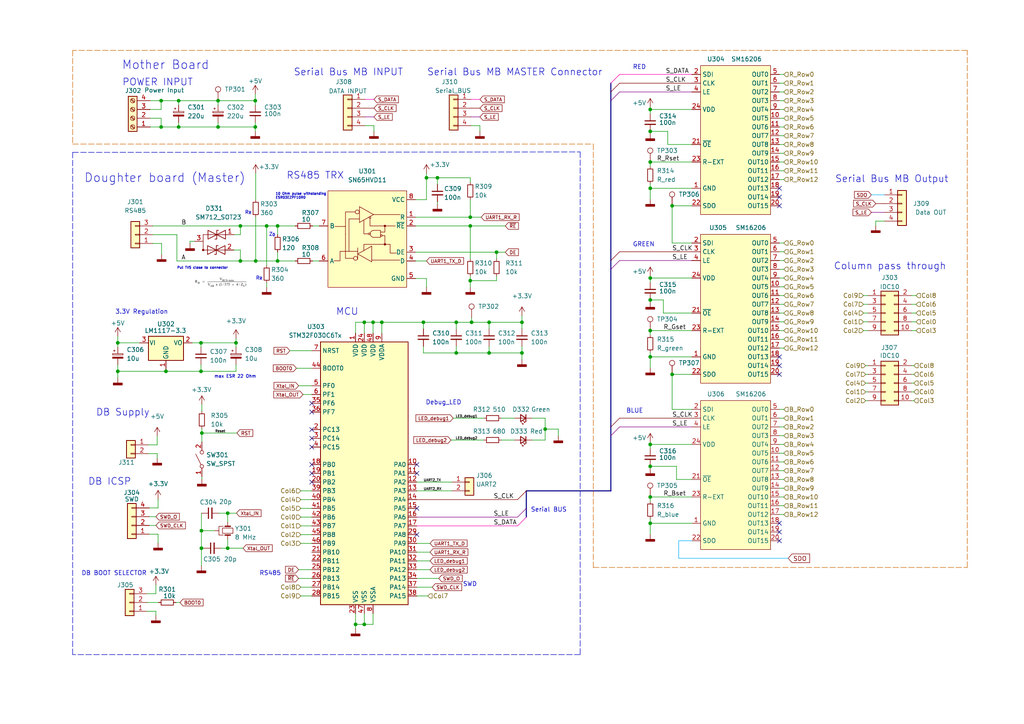
<source format=kicad_sch>
(kicad_sch (version 20211123) (generator eeschema)
  (paper "A4")
  (title_block (title "LED Panel Display, LOGIC and connectors") (date "2022-07-18") (rev "1.0") (company "InterElcom") (comment 1 "MCU, RS485, Connectors, Shift registers"))
  (junction (at 103.124 181.102))
  (junction (at 105.664 181.102))
  (junction (at 58.42 153.924))
  (junction (at 194.945 59.69))
  (junction (at 194.945 108.585))
  (junction (at 132.334 102.362))
  (junction (at 68.453 99.441))
  (junction (at 188.595 31.75))
  (junction (at 188.595 151.765))
  (junction (at 63.246 36.83))
  (junction (at 74.168 75.692))
  (junction (at 136.779 93.472))
  (junction (at 123.698 51.562))
  (junction (at 188.595 144.145))
  (junction (at 132.334 93.472))
  (junction (at 188.595 86.995))
  (junction (at 108.204 93.472))
  (junction (at 66.04 159.004))
  (junction (at 136.398 62.992))
  (junction (at 69.723 65.532))
  (junction (at 46.736 29.21))
  (junction (at 188.595 95.885))
  (junction (at 188.595 103.505))
  (junction (at 141.859 102.362))
  (junction (at 74.041 36.83))
  (junction (at 105.664 93.472))
  (junction (at 34.163 107.696))
  (junction (at 34.163 99.441))
  (junction (at 77.343 65.532))
  (junction (at 66.04 148.844))
  (junction (at 63.246 29.21))
  (junction (at 80.518 75.692))
  (junction (at 144.018 73.152))
  (junction (at 58.547 125.603))
  (junction (at 188.595 80.645))
  (junction (at 136.398 65.532))
  (junction (at 58.42 159.004))
  (junction (at 48.133 107.696))
  (junction (at 74.041 29.21))
  (junction (at 188.595 46.99))
  (junction (at 141.859 93.472))
  (junction (at 58.293 99.441))
  (junction (at 188.595 128.905))
  (junction (at 80.518 65.532))
  (junction (at 69.723 75.692))
  (junction (at 58.293 107.696))
  (junction (at 46.736 36.83))
  (junction (at 51.816 36.83))
  (junction (at 51.816 29.21))
  (junction (at 122.809 93.472))
  (junction (at 151.384 93.472))
  (junction (at 158.115 124.46))
  (junction (at 188.595 135.255))
  (junction (at 136.398 81.407))
  (junction (at 126.873 51.562))
  (junction (at 188.595 54.61))
  (junction (at 151.384 102.362))
  (junction (at 110.744 93.472))
  (junction (at 188.595 38.1))
  (no_connect (at 120.904 134.747))
  (no_connect (at 120.904 137.287))
  (no_connect (at 90.424 129.667))
  (no_connect (at 90.424 137.287))
  (no_connect (at 90.424 134.747))
  (no_connect (at 226.06 59.69))
  (no_connect (at 226.06 57.15))
  (no_connect (at 226.06 54.61))
  (no_connect (at 226.06 156.845))
  (no_connect (at 226.06 154.305))
  (no_connect (at 226.06 151.765))
  (no_connect (at 226.06 108.585))
  (no_connect (at 226.06 106.045))
  (no_connect (at 226.06 103.505))
  (no_connect (at 120.904 147.447))
  (no_connect (at 90.424 139.827))
  (no_connect (at 90.424 119.507))
  (no_connect (at 90.424 116.967))
  (no_connect (at 90.424 127.127))
  (no_connect (at 90.424 124.587))
  (no_connect (at 120.904 155.067))
  (bus_entry (at 179.705 26.67) (size -2.54 2.54) (stroke (width 0) (color 132 0 132 1)))
  (bus_entry (at 179.705 24.13) (size -2.54 2.54) (stroke (width 0) (color 132 0 0 1)))
  (bus_entry (at 179.705 21.59) (size -2.54 2.54) (stroke (width 0) (color 255 0 176 1)))
  (bus_entry (at 177.165 123.825) (size 2.54 -2.54) (stroke (width 0) (color 132 0 0 1)))
  (bus_entry (at 177.165 75.565) (size 2.54 -2.54) (stroke (width 0) (color 132 0 0 1)))
  (bus_entry (at 152.654 147.447) (size -2.54 2.54) (stroke (width 0) (color 132 0 132 1)))
  (bus_entry (at 152.654 142.367) (size -2.54 2.54) (stroke (width 0) (color 132 0 0 1)))
  (bus_entry (at 152.654 149.987) (size -2.54 2.54) (stroke (width 0) (color 255 0 176 1)))
  (bus_entry (at 177.165 78.105) (size 2.54 -2.54) (stroke (width 0) (color 132 0 132 1)))
  (bus_entry (at 177.165 126.365) (size 2.54 -2.54) (stroke (width 0) (color 132 0 132 1)))
  (wire (pts (xy 227.33 41.91) (xy 226.06 41.91)))
  (wire (pts (xy 200.66 103.505) (xy 188.595 103.505)))
  (wire (pts (xy 227.33 133.985) (xy 226.06 133.985)))
  (wire (pts (xy 87.249 172.847) (xy 90.424 172.847)))
  (wire (pts (xy 80.518 75.692) (xy 85.598 75.692)))
  (wire (pts (xy 188.595 33.02) (xy 188.595 31.75)))
  (polyline (pts (xy 21.082 14.605) (xy 21.082 41.783)) (stroke (width 0) (color 204 102 0 1)))
  (wire (pts (xy 43.561 31.75) (xy 46.736 31.75)))
  (wire (pts (xy 252.73 56.515) (xy 256.54 56.515)) (stroke (width 0) (color 0 174 255 1)))
  (bus (pts (xy 177.165 78.105) (xy 177.165 123.825)))
  (wire (pts (xy 46.863 73.787) (xy 46.863 70.612)))
  (wire (pts (xy 188.595 80.01) (xy 188.595 80.645)))
  (wire (pts (xy 123.698 80.772) (xy 123.698 83.312)))
  (wire (pts (xy 188.595 31.115) (xy 188.595 31.75)))
  (wire (pts (xy 103.124 181.102) (xy 105.664 181.102)))
  (wire (pts (xy 43.307 154.94) (xy 45.847 154.94)))
  (wire (pts (xy 126.873 51.562) (xy 136.398 51.562)))
  (wire (pts (xy 136.398 81.407) (xy 136.398 83.312)))
  (wire (pts (xy 227.33 26.67) (xy 226.06 26.67)))
  (wire (pts (xy 43.053 131.572) (xy 45.593 131.572)))
  (wire (pts (xy 136.398 80.137) (xy 136.398 81.407)))
  (wire (pts (xy 154.305 121.285) (xy 158.115 121.285)))
  (wire (pts (xy 68.453 98.171) (xy 68.453 99.441)))
  (wire (pts (xy 45.847 144.78) (xy 45.847 147.32)))
  (wire (pts (xy 87.249 144.907) (xy 90.424 144.907)))
  (wire (pts (xy 141.859 95.377) (xy 141.859 93.472)))
  (wire (pts (xy 103.124 93.472) (xy 105.664 93.472)))
  (wire (pts (xy 122.809 102.362) (xy 132.334 102.362)))
  (wire (pts (xy 34.163 107.696) (xy 34.163 109.601)))
  (wire (pts (xy 188.595 81.915) (xy 188.595 80.645)))
  (wire (pts (xy 48.133 107.696) (xy 58.293 107.696)))
  (wire (pts (xy 200.66 90.805) (xy 192.405 90.805)))
  (wire (pts (xy 227.33 85.725) (xy 226.06 85.725)))
  (bus (pts (xy 152.654 142.367) (xy 177.165 142.367)))
  (wire (pts (xy 188.595 103.505) (xy 188.595 106.68)))
  (wire (pts (xy 108.204 177.927) (xy 108.204 181.102)))
  (wire (pts (xy 193.675 38.1) (xy 188.595 38.1)))
  (bus (pts (xy 177.165 29.21) (xy 177.165 75.565)))
  (wire (pts (xy 227.33 131.445) (xy 226.06 131.445)))
  (wire (pts (xy 200.66 151.765) (xy 188.595 151.765)))
  (wire (pts (xy 74.041 29.21) (xy 74.041 30.48)))
  (wire (pts (xy 43.307 147.32) (xy 45.847 147.32)))
  (wire (pts (xy 194.945 108.585) (xy 194.945 118.745)))
  (wire (pts (xy 123.698 50.292) (xy 123.698 51.562)))
  (wire (pts (xy 251.079 113.665) (xy 251.714 113.665)))
  (wire (pts (xy 45.212 172.212) (xy 42.672 172.212)))
  (wire (pts (xy 131.445 121.285) (xy 140.335 121.285)))
  (wire (pts (xy 64.135 159.004) (xy 66.04 159.004)))
  (wire (pts (xy 251.079 116.205) (xy 251.714 116.205)))
  (wire (pts (xy 227.33 98.425) (xy 226.06 98.425)))
  (wire (pts (xy 69.723 75.692) (xy 74.168 75.692)))
  (wire (pts (xy 251.079 111.125) (xy 251.714 111.125)))
  (wire (pts (xy 48.133 107.696) (xy 34.163 107.696)))
  (wire (pts (xy 254 59.055) (xy 256.54 59.055)) (stroke (width 0) (color 132 0 0 1)))
  (wire (pts (xy 252.73 61.595) (xy 256.54 61.595)) (stroke (width 0) (color 132 0 132 1)))
  (wire (pts (xy 58.293 105.791) (xy 58.293 107.696)))
  (wire (pts (xy 87.884 114.427) (xy 90.424 114.427)))
  (wire (pts (xy 136.398 57.912) (xy 136.398 62.992)))
  (wire (pts (xy 136.398 81.407) (xy 144.018 81.407)))
  (wire (pts (xy 66.04 156.464) (xy 66.04 159.004)))
  (bus (pts (xy 177.165 123.825) (xy 177.165 126.365)))
  (wire (pts (xy 179.705 24.13) (xy 200.66 24.13)) (stroke (width 0) (color 132 0 0 1)))
  (wire (pts (xy 58.42 153.924) (xy 62.23 153.924)))
  (wire (pts (xy 74.041 27.305) (xy 74.041 29.21)))
  (wire (pts (xy 200.66 139.065) (xy 196.215 139.065)))
  (bus (pts (xy 177.165 126.492) (xy 177.165 142.367)))
  (wire (pts (xy 58.42 159.004) (xy 58.42 164.084)))
  (wire (pts (xy 45.847 154.94) (xy 45.847 157.48)))
  (wire (pts (xy 45.593 132.842) (xy 45.593 131.572)))
  (wire (pts (xy 227.33 88.265) (xy 226.06 88.265)))
  (wire (pts (xy 52.197 174.752) (xy 51.054 174.752)))
  (wire (pts (xy 108.204 93.472) (xy 110.744 93.472)))
  (wire (pts (xy 188.595 46.99) (xy 200.66 46.99)))
  (wire (pts (xy 87.249 170.307) (xy 90.424 170.307)))
  (wire (pts (xy 179.705 121.285) (xy 200.66 121.285)) (stroke (width 0) (color 132 0 0 1)))
  (wire (pts (xy 68.453 105.791) (xy 68.453 107.696)))
  (wire (pts (xy 43.561 29.21) (xy 46.736 29.21)))
  (wire (pts (xy 103.124 182.372) (xy 103.124 181.102)))
  (wire (pts (xy 58.547 138.938) (xy 58.547 138.303)))
  (wire (pts (xy 87.249 147.447) (xy 90.424 147.447)))
  (wire (pts (xy 188.595 87.63) (xy 188.595 86.995)))
  (wire (pts (xy 123.698 51.562) (xy 123.698 57.912)))
  (wire (pts (xy 151.384 91.567) (xy 151.384 93.472)))
  (wire (pts (xy 179.705 26.67) (xy 200.66 26.67)) (stroke (width 0) (color 132 0 132 1)))
  (wire (pts (xy 194.945 118.745) (xy 200.66 118.745)))
  (wire (pts (xy 227.33 126.365) (xy 226.06 126.365)))
  (polyline (pts (xy 21.082 189.865) (xy 21.082 44.069)))
  (wire (pts (xy 227.33 36.83) (xy 226.06 36.83)))
  (wire (pts (xy 63.246 29.21) (xy 74.041 29.21)))
  (wire (pts (xy 188.595 97.155) (xy 188.595 95.885)))
  (wire (pts (xy 188.595 135.89) (xy 188.595 135.255)))
  (wire (pts (xy 139.192 38.1) (xy 139.192 36.449)))
  (wire (pts (xy 200.66 108.585) (xy 194.945 108.585)))
  (wire (pts (xy 74.168 75.692) (xy 80.518 75.692)))
  (wire (pts (xy 227.33 118.745) (xy 226.06 118.745)))
  (wire (pts (xy 151.384 102.362) (xy 151.384 104.267)))
  (wire (pts (xy 179.705 123.825) (xy 200.66 123.825)) (stroke (width 0) (color 132 0 132 1)))
  (wire (pts (xy 188.595 80.645) (xy 200.66 80.645)))
  (wire (pts (xy 46.736 36.83) (xy 51.816 36.83)))
  (wire (pts (xy 188.595 144.145) (xy 200.66 144.145)))
  (wire (pts (xy 63.246 36.83) (xy 74.041 36.83)))
  (wire (pts (xy 227.33 128.905) (xy 226.06 128.905)))
  (wire (pts (xy 105.918 33.909) (xy 108.458 33.909)) (stroke (width 0) (color 132 0 132 1)))
  (wire (pts (xy 188.595 95.885) (xy 200.66 95.885)))
  (wire (pts (xy 227.33 139.065) (xy 226.06 139.065)))
  (wire (pts (xy 196.215 135.255) (xy 188.595 135.255)))
  (wire (pts (xy 227.33 83.185) (xy 226.06 83.185)))
  (wire (pts (xy 227.33 21.59) (xy 226.06 21.59)))
  (wire (pts (xy 126.873 59.182) (xy 126.873 58.547)))
  (wire (pts (xy 55.118 69.977) (xy 55.118 70.612)))
  (wire (pts (xy 45.974 174.752) (xy 42.672 174.752)))
  (wire (pts (xy 227.33 146.685) (xy 226.06 146.685)))
  (wire (pts (xy 149.225 127.635) (xy 145.415 127.635)))
  (wire (pts (xy 69.723 68.072) (xy 69.723 65.532)))
  (wire (pts (xy 77.343 83.312) (xy 77.343 82.042)))
  (wire (pts (xy 188.595 38.735) (xy 188.595 38.1)))
  (wire (pts (xy 194.945 70.485) (xy 200.66 70.485)))
  (wire (pts (xy 58.293 99.441) (xy 58.293 100.711)))
  (wire (pts (xy 108.458 36.449) (xy 105.918 36.449)))
  (wire (pts (xy 151.384 93.472) (xy 151.384 95.377)))
  (wire (pts (xy 265.049 113.665) (xy 264.414 113.665)))
  (wire (pts (xy 200.66 156.845) (xy 196.85 156.845)) (stroke (width 0) (color 0 174 255 1)))
  (wire (pts (xy 188.595 48.26) (xy 188.595 46.99)))
  (wire (pts (xy 67.818 72.517) (xy 69.723 72.517)))
  (wire (pts (xy 58.42 159.004) (xy 59.055 159.004)))
  (wire (pts (xy 265.684 88.265) (xy 264.414 88.265)))
  (wire (pts (xy 179.705 21.59) (xy 200.66 21.59)) (stroke (width 0) (color 255 0 176 1)))
  (wire (pts (xy 227.33 70.485) (xy 226.06 70.485)))
  (wire (pts (xy 120.904 149.987) (xy 150.114 149.987)) (stroke (width 0) (color 132 0 132 1)))
  (wire (pts (xy 227.33 144.145) (xy 226.06 144.145)))
  (wire (pts (xy 105.664 96.647) (xy 105.664 93.472)))
  (wire (pts (xy 136.652 28.829) (xy 139.192 28.829)) (stroke (width 0) (color 255 0 176 1)))
  (wire (pts (xy 136.652 33.909) (xy 139.192 33.909)) (stroke (width 0) (color 132 0 132 1)))
  (wire (pts (xy 227.33 44.45) (xy 226.06 44.45)))
  (wire (pts (xy 58.547 117.348) (xy 58.547 119.253)))
  (wire (pts (xy 34.163 107.696) (xy 34.163 105.791)))
  (wire (pts (xy 43.053 129.032) (xy 45.593 129.032)))
  (wire (pts (xy 34.163 100.711) (xy 34.163 99.441)))
  (wire (pts (xy 227.33 136.525) (xy 226.06 136.525)))
  (wire (pts (xy 55.753 99.441) (xy 58.293 99.441)))
  (wire (pts (xy 46.736 31.75) (xy 46.736 29.21)))
  (wire (pts (xy 188.595 130.175) (xy 188.595 128.905)))
  (wire (pts (xy 136.779 93.472) (xy 141.859 93.472)))
  (wire (pts (xy 45.212 178.562) (xy 45.212 177.292)))
  (wire (pts (xy 51.816 29.21) (xy 63.246 29.21)))
  (wire (pts (xy 105.664 177.927) (xy 105.664 181.102)))
  (bus (pts (xy 177.165 75.565) (xy 177.165 78.105)))
  (wire (pts (xy 132.334 102.362) (xy 141.859 102.362)))
  (wire (pts (xy 136.398 65.532) (xy 146.558 65.532)))
  (bus (pts (xy 177.165 24.13) (xy 177.165 26.67)))
  (wire (pts (xy 265.684 95.885) (xy 264.414 95.885)))
  (wire (pts (xy 145.415 121.285) (xy 149.225 121.285)))
  (wire (pts (xy 158.115 124.46) (xy 161.925 124.46)))
  (wire (pts (xy 77.343 65.532) (xy 77.343 76.962)))
  (wire (pts (xy 80.518 75.692) (xy 80.518 73.152)))
  (wire (pts (xy 179.705 73.025) (xy 200.66 73.025)) (stroke (width 0) (color 132 0 0 1)))
  (wire (pts (xy 132.334 100.457) (xy 132.334 102.362)))
  (wire (pts (xy 108.204 181.102) (xy 105.664 181.102)))
  (wire (pts (xy 227.33 90.805) (xy 226.06 90.805)))
  (wire (pts (xy 139.192 36.449) (xy 136.652 36.449)))
  (wire (pts (xy 80.518 65.532) (xy 80.518 68.072)))
  (wire (pts (xy 90.678 75.692) (xy 92.583 75.692)))
  (wire (pts (xy 44.323 65.532) (xy 69.723 65.532)))
  (wire (pts (xy 146.558 73.152) (xy 144.018 73.152)))
  (wire (pts (xy 179.705 75.565) (xy 200.66 75.565)) (stroke (width 0) (color 132 0 132 1)))
  (wire (pts (xy 86.614 165.227) (xy 90.424 165.227)))
  (wire (pts (xy 66.04 148.844) (xy 66.04 151.384)))
  (wire (pts (xy 250.444 85.725) (xy 251.714 85.725)))
  (wire (pts (xy 158.115 121.285) (xy 158.115 124.46)))
  (wire (pts (xy 43.307 149.86) (xy 45.212 149.86)))
  (wire (pts (xy 69.723 72.517) (xy 69.723 75.692)))
  (wire (pts (xy 265.684 85.725) (xy 264.414 85.725)))
  (bus (pts (xy 177.165 26.67) (xy 177.165 29.21)))
  (wire (pts (xy 136.398 62.992) (xy 120.523 62.992)))
  (wire (pts (xy 45.212 169.672) (xy 45.212 172.212)))
  (wire (pts (xy 58.293 107.696) (xy 68.453 107.696)))
  (wire (pts (xy 103.124 181.102) (xy 103.124 177.927)))
  (wire (pts (xy 227.33 149.225) (xy 226.06 149.225)))
  (wire (pts (xy 34.163 97.536) (xy 34.163 99.441)))
  (wire (pts (xy 227.33 52.07) (xy 226.06 52.07)))
  (wire (pts (xy 188.595 54.61) (xy 188.595 57.785)))
  (wire (pts (xy 45.593 126.492) (xy 45.593 129.032)))
  (wire (pts (xy 58.42 153.924) (xy 58.42 159.004)))
  (wire (pts (xy 144.018 80.137) (xy 144.018 81.407)))
  (wire (pts (xy 74.168 50.292) (xy 74.168 57.912)))
  (wire (pts (xy 130.81 127.635) (xy 140.335 127.635)))
  (wire (pts (xy 103.124 96.647) (xy 103.124 93.472)))
  (wire (pts (xy 192.405 86.995) (xy 188.595 86.995)))
  (wire (pts (xy 58.42 148.844) (xy 58.42 153.924)))
  (wire (pts (xy 158.115 127.635) (xy 154.305 127.635)))
  (wire (pts (xy 196.85 156.845) (xy 196.85 161.925)) (stroke (width 0) (color 0 174 255 1)))
  (wire (pts (xy 46.863 70.612) (xy 44.323 70.612)))
  (wire (pts (xy 105.918 31.369) (xy 108.458 31.369)) (stroke (width 0) (color 132 0 0 1)))
  (wire (pts (xy 227.33 39.37) (xy 226.06 39.37)))
  (wire (pts (xy 120.904 144.907) (xy 150.114 144.907)) (stroke (width 0) (color 132 0 0 1)))
  (wire (pts (xy 227.33 123.825) (xy 226.06 123.825)))
  (bus (pts (xy 152.654 147.447) (xy 152.654 149.987)))
  (wire (pts (xy 126.873 51.562) (xy 126.873 53.467)))
  (wire (pts (xy 136.779 93.472) (xy 132.334 93.472)))
  (wire (pts (xy 265.049 106.045) (xy 264.414 106.045)))
  (wire (pts (xy 108.458 38.1) (xy 108.458 36.449)))
  (wire (pts (xy 250.444 95.885) (xy 251.714 95.885)))
  (wire (pts (xy 43.307 152.4) (xy 45.212 152.4)))
  (wire (pts (xy 227.33 73.025) (xy 226.06 73.025)))
  (wire (pts (xy 34.163 99.441) (xy 40.513 99.441)))
  (wire (pts (xy 51.308 75.692) (xy 69.723 75.692)))
  (wire (pts (xy 51.308 68.072) (xy 51.308 75.692)))
  (wire (pts (xy 124.714 162.687) (xy 120.904 162.687)))
  (wire (pts (xy 158.115 124.46) (xy 158.115 127.635)))
  (wire (pts (xy 120.523 65.532) (xy 136.398 65.532)))
  (wire (pts (xy 265.684 93.345) (xy 264.414 93.345)))
  (wire (pts (xy 110.744 93.472) (xy 122.809 93.472)))
  (wire (pts (xy 87.249 157.607) (xy 90.424 157.607)))
  (wire (pts (xy 251.079 106.045) (xy 251.714 106.045)))
  (wire (pts (xy 200.66 59.69) (xy 194.945 59.69)))
  (polyline (pts (xy 172.085 41.783) (xy 172.085 164.592)) (stroke (width 0) (color 204 102 0 1)))
  (wire (pts (xy 105.918 28.829) (xy 108.458 28.829)) (stroke (width 0) (color 255 0 176 1)))
  (wire (pts (xy 68.453 100.711) (xy 68.453 99.441)))
  (wire (pts (xy 141.859 100.457) (xy 141.859 102.362)))
  (wire (pts (xy 63.246 35.56) (xy 63.246 36.83)))
  (wire (pts (xy 86.614 167.767) (xy 90.424 167.767)))
  (wire (pts (xy 120.904 170.307) (xy 125.349 170.307)))
  (wire (pts (xy 127.254 167.767) (xy 120.904 167.767)))
  (wire (pts (xy 250.444 90.805) (xy 251.714 90.805)))
  (wire (pts (xy 84.074 101.727) (xy 90.424 101.727)))
  (wire (pts (xy 188.595 128.27) (xy 188.595 128.905)))
  (wire (pts (xy 192.405 90.805) (xy 192.405 86.995)))
  (wire (pts (xy 120.904 142.367) (xy 131.064 142.367)))
  (wire (pts (xy 144.018 73.152) (xy 144.018 75.057)))
  (wire (pts (xy 44.323 68.072) (xy 51.308 68.072)))
  (bus (pts (xy 152.654 142.367) (xy 152.654 147.447)))
  (wire (pts (xy 227.33 78.105) (xy 226.06 78.105)))
  (wire (pts (xy 66.04 159.004) (xy 70.485 159.004)))
  (wire (pts (xy 67.945 68.072) (xy 69.723 68.072)))
  (wire (pts (xy 136.398 51.562) (xy 136.398 52.832)))
  (wire (pts (xy 110.744 93.472) (xy 110.744 96.647)))
  (wire (pts (xy 74.168 62.992) (xy 74.168 75.692)))
  (wire (pts (xy 227.33 100.965) (xy 226.06 100.965)))
  (wire (pts (xy 227.33 121.285) (xy 226.06 121.285)))
  (wire (pts (xy 56.388 69.977) (xy 55.118 69.977)))
  (wire (pts (xy 136.398 62.992) (xy 139.573 62.992)))
  (wire (pts (xy 265.049 116.205) (xy 264.414 116.205)))
  (wire (pts (xy 66.04 148.844) (xy 68.58 148.844)))
  (wire (pts (xy 58.293 99.441) (xy 68.453 99.441)))
  (polyline (pts (xy 21.082 41.783) (xy 172.085 41.783)) (stroke (width 0) (color 204 102 0 1)))
  (wire (pts (xy 251.079 108.585) (xy 251.714 108.585)))
  (wire (pts (xy 227.33 24.13) (xy 226.06 24.13)))
  (wire (pts (xy 188.595 53.34) (xy 188.595 54.61)))
  (wire (pts (xy 124.714 160.147) (xy 120.904 160.147)))
  (wire (pts (xy 136.779 92.202) (xy 136.779 93.472)))
  (wire (pts (xy 136.398 65.532) (xy 136.398 75.057)))
  (wire (pts (xy 124.714 157.607) (xy 120.904 157.607)))
  (wire (pts (xy 124.714 165.227) (xy 120.904 165.227)))
  (wire (pts (xy 227.33 141.605) (xy 226.06 141.605)))
  (wire (pts (xy 124.079 172.847) (xy 120.904 172.847)))
  (wire (pts (xy 194.945 59.69) (xy 194.945 70.485)))
  (wire (pts (xy 123.698 75.692) (xy 120.523 75.692)))
  (wire (pts (xy 87.249 155.067) (xy 90.424 155.067)))
  (wire (pts (xy 77.343 65.532) (xy 80.518 65.532)))
  (wire (pts (xy 58.547 125.603) (xy 58.547 128.143)))
  (wire (pts (xy 196.215 139.065) (xy 196.215 135.255)))
  (wire (pts (xy 254 64.135) (xy 256.54 64.135)))
  (wire (pts (xy 200.66 54.61) (xy 188.595 54.61)))
  (wire (pts (xy 46.736 34.29) (xy 46.736 36.83)))
  (wire (pts (xy 120.523 80.772) (xy 123.698 80.772)))
  (wire (pts (xy 188.595 151.765) (xy 188.595 154.94)))
  (wire (pts (xy 123.698 51.562) (xy 126.873 51.562)))
  (wire (pts (xy 227.33 34.29) (xy 226.06 34.29)))
  (wire (pts (xy 86.614 111.887) (xy 90.424 111.887)))
  (wire (pts (xy 132.334 93.472) (xy 132.334 95.377)))
  (wire (pts (xy 188.595 31.75) (xy 200.66 31.75)))
  (wire (pts (xy 265.049 108.585) (xy 264.414 108.585)))
  (polyline (pts (xy 280.543 14.605) (xy 21.082 14.605)) (stroke (width 0) (color 204 102 0 1)))
  (wire (pts (xy 141.859 102.362) (xy 151.384 102.362)))
  (wire (pts (xy 227.33 46.99) (xy 226.06 46.99)))
  (wire (pts (xy 227.33 93.345) (xy 226.06 93.345)))
  (wire (pts (xy 42.672 177.292) (xy 45.212 177.292)))
  (wire (pts (xy 74.041 36.83) (xy 74.041 38.1)))
  (wire (pts (xy 265.684 90.805) (xy 264.414 90.805)))
  (wire (pts (xy 69.723 65.532) (xy 77.343 65.532)))
  (wire (pts (xy 250.444 88.265) (xy 251.714 88.265)))
  (wire (pts (xy 151.384 102.362) (xy 151.384 100.457)))
  (wire (pts (xy 227.33 31.75) (xy 226.06 31.75)))
  (wire (pts (xy 136.652 31.369) (xy 139.192 31.369)) (stroke (width 0) (color 132 0 0 1)))
  (polyline (pts (xy 172.085 164.592) (xy 280.543 164.592)) (stroke (width 0) (color 204 102 0 1)))
  (polyline (pts (xy 21.082 44.196) (xy 168.275 44.069)))
  (wire (pts (xy 227.33 49.53) (xy 226.06 49.53)))
  (wire (pts (xy 43.561 34.29) (xy 46.736 34.29)))
  (wire (pts (xy 122.809 100.457) (xy 122.809 102.362)))
  (wire (pts (xy 188.595 150.495) (xy 188.595 151.765)))
  (wire (pts (xy 120.904 152.527) (xy 150.114 152.527)) (stroke (width 0) (color 255 0 176 1)))
  (wire (pts (xy 123.698 57.912) (xy 120.523 57.912)))
  (wire (pts (xy 51.816 35.56) (xy 51.816 36.83)))
  (wire (pts (xy 227.33 80.645) (xy 226.06 80.645)))
  (wire (pts (xy 108.204 93.472) (xy 108.204 96.647)))
  (wire (pts (xy 254 65.405) (xy 254 64.135)))
  (wire (pts (xy 63.246 36.83) (xy 51.816 36.83)))
  (polyline (pts (xy 168.275 189.865) (xy 21.082 189.865)))
  (wire (pts (xy 188.595 128.905) (xy 200.66 128.905)))
  (wire (pts (xy 87.249 149.987) (xy 90.424 149.987)))
  (wire (pts (xy 63.246 30.48) (xy 63.246 29.21)))
  (polyline (pts (xy 168.275 44.069) (xy 168.275 189.865)))
  (wire (pts (xy 48.133 107.061) (xy 48.133 107.696)))
  (wire (pts (xy 90.678 65.532) (xy 92.583 65.532)))
  (wire (pts (xy 46.736 29.21) (xy 51.816 29.21)))
  (wire (pts (xy 63.5 148.844) (xy 66.04 148.844)))
  (wire (pts (xy 141.859 93.472) (xy 151.384 93.472)))
  (wire (pts (xy 265.049 111.125) (xy 264.414 111.125)))
  (wire (pts (xy 227.33 95.885) (xy 226.06 95.885)))
  (wire (pts (xy 196.85 161.925) (xy 228.6 161.925)) (stroke (width 0) (color 0 174 255 1)))
  (polyline (pts (xy 280.543 164.592) (xy 280.543 14.605)) (stroke (width 0) (color 204 102 0 1)))
  (wire (pts (xy 87.249 152.527) (xy 90.424 152.527)))
  (wire (pts (xy 250.444 93.345) (xy 251.714 93.345)))
  (wire (pts (xy 188.595 102.235) (xy 188.595 103.505)))
  (wire (pts (xy 122.809 93.472) (xy 122.809 95.377)))
  (wire (pts (xy 193.675 41.91) (xy 193.675 38.1)))
  (wire (pts (xy 80.518 65.532) (xy 85.598 65.532)))
  (wire (pts (xy 46.736 36.83) (xy 43.561 36.83)))
  (wire (pts (xy 200.66 41.91) (xy 193.675 41.91)))
  (wire (pts (xy 51.816 29.21) (xy 51.816 30.48)))
  (wire (pts (xy 105.664 93.472) (xy 108.204 93.472)))
  (wire (pts (xy 132.334 93.472) (xy 122.809 93.472)))
  (wire (pts (xy 87.249 142.367) (xy 90.424 142.367)))
  (wire (pts (xy 120.523 73.152) (xy 144.018 73.152)))
  (wire (pts (xy 227.33 75.565) (xy 226.06 75.565)))
  (wire (pts (xy 58.547 125.603) (xy 68.707 125.603)))
  (wire (pts (xy 161.925 124.46) (xy 161.925 126.365)))
  (wire (pts (xy 74.041 36.83) (xy 74.041 35.56)))
  (wire (pts (xy 85.979 106.807) (xy 90.424 106.807)))
  (wire (pts (xy 120.904 139.827) (xy 131.064 139.827)))
  (wire (pts (xy 58.547 124.333) (xy 58.547 125.603)))
  (wire (pts (xy 227.33 29.21) (xy 226.06 29.21)))
  (wire (pts (xy 188.595 145.415) (xy 188.595 144.145)))
  (image (at 64.008 81.915) (scale 0.789362))
  (text "Doughter board (Master)" (at 24.384 53.213 0) (effects (font (size 2.5 2.5)) (justify left bottom)))
  (text "10 Ohm pulse withstanding\nESR03EZPF10R0" (at 79.883 57.912 0) (effects (font (size 0.7 0.7)) (justify left bottom)))
  (text "Serial BUS" (at 153.924 148.717 0) (effects (font (size 1.27 1.27)) (justify left bottom)))
  (text "RED" (at 183.515 20.32 0) (effects (font (size 1.27 1.27)) (justify left bottom)))
  (text "GREEN\n" (at 183.515 71.755 0) (effects (font (size 1.27 1.27)) (justify left bottom)))
  (text "R_{R}" (at 74.168 81.407 0) (effects (font (size 1 1)) (justify left bottom)))
  (text "Column pass through" (at 241.808 78.486 0) (effects (font (size 2 2)) (justify left bottom)))
  (text "POWER INPUT\n" (at 35.433 25.146 0) (effects (font (size 2 2)) (justify left bottom)))
  (text "BLUE\n" (at 181.61 120.015 0) (effects (font (size 1.27 1.27)) (justify left bottom)))
  (text "Serial Bus MB INPUT\n" (at 116.967 22.225 180) (effects (font (size 2 2)) (justify right bottom)))
  (text "DB Supply" (at 27.813 120.904 0) (effects (font (size 2 2)) (justify left bottom)))
  (text "DB BOOT SELECTOR\n" (at 23.622 167.132 0) (effects (font (size 1.27 1.27)) (justify left bottom)))
  (text "RS485" (at 81.534 167.132 180) (effects (font (size 1.27 1.27)) (justify right bottom)))
  (text "Debug_LED" (at 133.858 117.602 180) (effects (font (size 1.27 1.27)) (justify right bottom)))
  (text "Z_{0}" (at 77.978 68.707 0) (effects (font (size 1 1)) (justify left bottom)))
  (text "3.3V Regulation" (at 33.401 91.313 0) (effects (font (size 1.27 1.27)) (justify left bottom)))
  (text "Serial Bus MB Output\n" (at 242.189 53.213 0) (effects (font (size 2 2)) (justify left bottom)))
  (text "R_{R}" (at 70.993 62.357 0) (effects (font (size 1 1)) (justify left bottom)))
  (text "Mother Board\n" (at 35.306 20.447 0) (effects (font (size 2.5 2.5)) (justify left bottom)))
  (text "max ESR 22 Ohm\n" (at 62.103 109.855 0) (effects (font (size 0.9 0.9)) (justify left bottom)))
  (text "RS485 TRX" (at 83.058 52.197 0) (effects (font (size 2 2)) (justify left bottom)))
  (text "SWD" (at 134.239 170.307 0) (effects (font (size 1.27 1.27)) (justify left bottom)))
  (text "Serial Bus MB MASTER Connector" (at 123.825 22.225 0) (effects (font (size 2 2)) (justify left bottom)))
  (text "MCU\n" (at 97.409 91.694 0) (effects (font (size 2 2)) (justify left bottom)))
  (text "DB ICSP" (at 25.527 140.97 0) (effects (font (size 2 2)) (justify left bottom)))
  (text "Put TVS close to connector" (at 51.308 78.232 0) (effects (font (size 0.7 0.7)) (justify left bottom)))
  (label "S_DATA" (at 193.04 21.59 0))
  (label "LED_debug2" (at 132.08 127.635 0) (effects (font (size 0.7 0.7))))
  (label "R_Rset" (at 190.5 46.99 0))
  (label "S_LE" (at 194.945 123.825 0))
  (label "UART2_RX" (at 122.809 142.367 0) (effects (font (size 0.7 0.7))))
  (label "S_CLK" (at 194.945 73.025 0))
  (label "LED_debug1" (at 132.08 121.285 0) (effects (font (size 0.7 0.7))))
  (label "R_Bset" (at 192.405 144.145 0))
  (label "B" (at 52.578 65.532 0))
  (label "S_DATA" (at 143.129 152.527 0))
  (label "S_CLK" (at 193.04 24.13 0))
  (label "UART2_TX" (at 122.809 139.827 0) (effects (font (size 0.7 0.7))))
  (label "S_LE" (at 193.04 26.67 0))
  (label "Reset" (at 62.357 125.603 0) (effects (font (size 0.7 0.7))))
  (label "S_LE" (at 194.945 75.565 0))
  (label "S_LE" (at 143.129 149.987 0))
  (label "S_CLK" (at 143.129 144.907 0))
  (label "A" (at 52.578 75.692 0))
  (label "R_Gset" (at 192.405 95.885 0))
  (label "S_CLK" (at 194.945 121.285 0))
  (global_label "S_CLK" (shape input) (at 139.192 31.369 0) (effects (font (size 1 1))) (property "Intersheet References" "${INTERSHEET_REFS}" (effects hide)))
  (global_label "LED_debug1" (shape input) (at 124.714 162.687 0) (effects (font (size 1 1))) (property "Intersheet References" "${INTERSHEET_REFS}" (effects hide)))
  (global_label "UART1_TX_D" (shape input) (at 123.698 75.692 0) (effects (font (size 1 1))) (property "Intersheet References" "${INTERSHEET_REFS}" (effects hide)))
  (global_label "LED_debug1" (shape input) (at 131.445 121.285 180) (effects (font (size 1 1))) (property "Intersheet References" "${INTERSHEET_REFS}" (effects hide)))
  (global_label "UART1_TX_D" (shape input) (at 124.714 157.607 0) (effects (font (size 1 1))) (property "Intersheet References" "${INTERSHEET_REFS}" (effects hide)))
  (global_label "~{RE}" (shape input) (at 86.614 167.767 180) (effects (font (size 1 1))) (property "Intersheet References" "${INTERSHEET_REFS}" (effects hide)))
  (global_label "BOOT0" (shape input) (at 85.979 106.807 180) (effects (font (size 1 1))) (property "Intersheet References" "${INTERSHEET_REFS}" (effects hide)))
  (global_label "RST" (shape input) (at 68.707 125.603 0) (effects (font (size 1 1))) (property "Intersheet References" "${INTERSHEET_REFS}" (effects hide)))
  (global_label "S_CLK" (shape input) (at 254 59.055 180) (effects (font (size 1 1))) (property "Intersheet References" "${INTERSHEET_REFS}" (effects hide)))
  (global_label "SWD_O" (shape input) (at 45.212 149.86 0) (effects (font (size 1 1))) (property "Intersheet References" "${INTERSHEET_REFS}" (effects hide)))
  (global_label "UART1_RX_R" (shape input) (at 124.714 160.147 0) (effects (font (size 1 1))) (property "Intersheet References" "${INTERSHEET_REFS}" (effects hide)))
  (global_label "S_LE" (shape input) (at 108.458 33.909 0) (effects (font (size 1 1))) (property "Intersheet References" "${INTERSHEET_REFS}" (effects hide)))
  (global_label "SDO" (shape input) (at 228.6 161.925 0) (property "Intersheet References" "${INTERSHEET_REFS}" (effects hide)))
  (global_label "UART1_RX_R" (shape input) (at 139.573 62.992 0) (effects (font (size 1 1))) (property "Intersheet References" "${INTERSHEET_REFS}" (effects hide)))
  (global_label "RST" (shape input) (at 84.074 101.727 180) (effects (font (size 1 1))) (property "Intersheet References" "${INTERSHEET_REFS}" (effects hide)))
  (global_label "LED_debug2" (shape input) (at 124.714 165.227 0) (effects (font (size 1 1))) (property "Intersheet References" "${INTERSHEET_REFS}" (effects hide)))
  (global_label "~{RE}" (shape input) (at 146.558 65.532 0) (effects (font (size 1 1))) (property "Intersheet References" "${INTERSHEET_REFS}" (effects hide)))
  (global_label "S_LE" (shape input) (at 139.192 33.909 0) (effects (font (size 1 1))) (property "Intersheet References" "${INTERSHEET_REFS}" (effects hide)))
  (global_label "SDO" (shape input) (at 252.73 56.515 180) (effects (font (size 1 1))) (property "Intersheet References" "${INTERSHEET_REFS}" (effects hide)))
  (global_label "DE" (shape input) (at 86.614 165.227 180) (effects (font (size 1 1))) (property "Intersheet References" "${INTERSHEET_REFS}" (effects hide)))
  (global_label "S_DATA" (shape input) (at 139.192 28.829 0) (effects (font (size 1 1))) (property "Intersheet References" "${INTERSHEET_REFS}" (effects hide)))
  (global_label "BOOT0" (shape input) (at 52.197 174.752 0) (effects (font (size 1 1))) (property "Intersheet References" "${INTERSHEET_REFS}" (effects hide)))
  (global_label "SWD_CLK" (shape input) (at 125.349 170.307 0) (effects (font (size 1 1))) (property "Intersheet References" "${INTERSHEET_REFS}" (effects hide)))
  (global_label "SWD_CLK" (shape input) (at 45.212 152.4 0) (effects (font (size 1 1))) (property "Intersheet References" "${INTERSHEET_REFS}" (effects hide)))
  (global_label "S_CLK" (shape input) (at 108.458 31.369 0) (effects (font (size 1 1))) (property "Intersheet References" "${INTERSHEET_REFS}" (effects hide)))
  (global_label "SWD_O" (shape input) (at 127.254 167.767 0) (effects (font (size 1 1))) (property "Intersheet References" "${INTERSHEET_REFS}" (effects hide)))
  (global_label "S_LE" (shape input) (at 252.73 61.595 180) (effects (font (size 1 1))) (property "Intersheet References" "${INTERSHEET_REFS}" (effects hide)))
  (global_label "Xtal_IN" (shape input) (at 68.58 148.844 0) (effects (font (size 1 1))) (property "Intersheet References" "${INTERSHEET_REFS}" (effects hide)))
  (global_label "Xtal_IN" (shape input) (at 86.614 111.887 180) (effects (font (size 1 1))) (property "Intersheet References" "${INTERSHEET_REFS}" (effects hide)))
  (global_label "S_DATA" (shape input) (at 108.458 28.829 0) (effects (font (size 1 1))) (property "Intersheet References" "${INTERSHEET_REFS}" (effects hide)))
  (global_label "Xtal_OUT" (shape input) (at 87.884 114.427 180) (effects (font (size 1 1))) (property "Intersheet References" "${INTERSHEET_REFS}" (effects hide)))
  (global_label "LED_debug2" (shape input) (at 130.81 127.635 180) (effects (font (size 1 1))) (property "Intersheet References" "${INTERSHEET_REFS}" (effects hide)))
  (global_label "Xtal_OUT" (shape input) (at 70.485 159.004 0) (effects (font (size 1 1))) (property "Intersheet References" "${INTERSHEET_REFS}" (effects hide)))
  (global_label "DE" (shape input) (at 146.558 73.152 0) (effects (font (size 1 1))) (property "Intersheet References" "${INTERSHEET_REFS}" (effects hide)))
  (hierarchical_label "G_Row4" (shape input) (at 227.33 80.645 0))
  (hierarchical_label "B_Row4" (shape input) (at 227.33 128.905 0))
  (hierarchical_label "Col1" (shape input) (at 250.444 93.345 180))
  (hierarchical_label "G_Row5" (shape input) (at 227.33 83.185 0))
  (hierarchical_label "G_Row12" (shape input) (at 227.33 100.965 0))
  (hierarchical_label "B_Row11" (shape input) (at 227.33 146.685 0))
  (hierarchical_label "Col6" (shape input) (at 87.249 142.367 180))
  (hierarchical_label "Col2" (shape input) (at 251.079 116.205 180))
  (hierarchical_label "R_Row10" (shape input) (at 227.33 46.99 0))
  (hierarchical_label "Col5" (shape input) (at 87.249 147.447 180))
  (hierarchical_label "R_Row6" (shape input) (at 227.33 36.83 0))
  (hierarchical_label "G_Row10" (shape input) (at 227.33 95.885 0))
  (hierarchical_label "Col5" (shape input) (at 265.684 90.805 0))
  (hierarchical_label "Col8" (shape input) (at 265.684 85.725 0))
  (hierarchical_label "Col8" (shape input) (at 87.249 170.307 180))
  (hierarchical_label "Col1" (shape input) (at 251.079 113.665 180))
  (hierarchical_label "G_Row1" (shape input) (at 227.33 73.025 0))
  (hierarchical_label "G_Row0" (shape input) (at 227.33 70.485 0))
  (hierarchical_label "Col0" (shape input) (at 265.049 113.665 0))
  (hierarchical_label "B_Row5" (shape input) (at 227.33 131.445 0))
  (hierarchical_label "B_Row0" (shape input) (at 227.33 118.745 0))
  (hierarchical_label "B_Row3" (shape input) (at 227.33 126.365 0))
  (hierarchical_label "R_Row4" (shape input) (at 227.33 31.75 0))
  (hierarchical_label "B_Row8" (shape input) (at 227.33 139.065 0))
  (hierarchical_label "Col4" (shape input) (at 251.079 111.125 180))
  (hierarchical_label "G_Row11" (shape input) (at 227.33 98.425 0))
  (hierarchical_label "G_Row6" (shape input) (at 227.33 85.725 0))
  (hierarchical_label "R_Row11" (shape input) (at 227.33 49.53 0))
  (hierarchical_label "G_Row3" (shape input) (at 227.33 78.105 0))
  (hierarchical_label "Col7" (shape input) (at 250.444 88.265 180))
  (hierarchical_label "R_Row3" (shape input) (at 227.33 29.21 0))
  (hierarchical_label "Col6" (shape input) (at 265.049 108.585 0))
  (hierarchical_label "G_Row8" (shape input) (at 227.33 90.805 0))
  (hierarchical_label "Col0" (shape input) (at 265.684 93.345 0))
  (hierarchical_label "Col8" (shape input) (at 265.049 106.045 0))
  (hierarchical_label "Col4" (shape input) (at 87.249 144.907 180))
  (hierarchical_label "B_Row7" (shape input) (at 227.33 136.525 0))
  (hierarchical_label "Col3" (shape input) (at 265.049 116.205 0))
  (hierarchical_label "Col4" (shape input) (at 250.444 90.805 180))
  (hierarchical_label "Col3" (shape input) (at 265.684 95.885 0))
  (hierarchical_label "Col9" (shape input) (at 87.249 172.847 180))
  (hierarchical_label "B_Row2" (shape input) (at 227.33 123.825 0))
  (hierarchical_label "R_Row8" (shape input) (at 227.33 41.91 0))
  (hierarchical_label "Col9" (shape input) (at 251.079 106.045 180))
  (hierarchical_label "B_Row1" (shape input) (at 227.33 121.285 0))
  (hierarchical_label "Col9" (shape input) (at 250.444 85.725 180))
  (hierarchical_label "Col5" (shape input) (at 265.049 111.125 0))
  (hierarchical_label "R_Row12" (shape input) (at 227.33 52.07 0))
  (hierarchical_label "B_Row9" (shape input) (at 227.33 141.605 0))
  (hierarchical_label "Col1" (shape input) (at 87.249 152.527 180))
  (hierarchical_label "Col7" (shape input) (at 251.079 108.585 180))
  (hierarchical_label "R_Row7" (shape input) (at 227.33 39.37 0))
  (hierarchical_label "R_Row2" (shape input) (at 227.33 26.67 0))
  (hierarchical_label "Col2" (shape input) (at 250.444 95.885 180))
  (hierarchical_label "R_Row5" (shape input) (at 227.33 34.29 0))
  (hierarchical_label "Col3" (shape input) (at 87.249 157.607 180))
  (hierarchical_label "R_Row1" (shape input) (at 227.33 24.13 0))
  (hierarchical_label "B_Row12" (shape input) (at 227.33 149.225 0))
  (hierarchical_label "G_Row9" (shape input) (at 227.33 93.345 0))
  (hierarchical_label "R_Row0" (shape input) (at 227.33 21.59 0))
  (hierarchical_label "G_Row7" (shape input) (at 227.33 88.265 0))
  (hierarchical_label "R_Row9" (shape input) (at 227.33 44.45 0))
  (hierarchical_label "G_Row2" (shape input) (at 227.33 75.565 0))
  (hierarchical_label "B_Row6" (shape input) (at 227.33 133.985 0))
  (hierarchical_label "Col0" (shape input) (at 87.249 149.987 180))
  (hierarchical_label "Col2" (shape input) (at 87.249 155.067 180))
  (hierarchical_label "B_Row10" (shape input) (at 227.33 144.145 0))
  (hierarchical_label "Col7" (shape input) (at 124.079 172.847 0))
  (hierarchical_label "Col6" (shape input) (at 265.684 88.265 0))
  (symbol (lib_id "Device:R_Small") (at 80.518 70.612 0) (unit 1)
    (property "Reference" "R306" (at 81.788 69.342 0) (effects (justify left)))
    (property "Value" "120" (at 81.788 71.882 0) (effects (justify left)))
    (property "Footprint" "Resistor_SMD:R_0603_1608Metric_Pad0.98x0.95mm_HandSolder" (effects hide))
  )
  (symbol (lib_id "power:+5V") (at 188.595 128.27 0) (unit 1)
    (property "Reference" "#PWR0332" (effects hide))
    (property "Value" "+5V" (at 185.42 127 0))
  )
  (symbol (lib_id "Device:R_Small") (at 74.168 60.452 0) (unit 1)
    (property "Reference" "R303" (at 75.438 59.182 0) (effects (justify left)))
    (property "Value" "360" (at 75.438 61.722 0) (effects (justify left)))
    (property "Footprint" "Resistor_SMD:R_0603_1608Metric_Pad0.98x0.95mm_HandSolder" (effects hide))
  )
  (symbol (lib_id "Device:R_Small") (at 136.398 55.372 0) (unit 1)
    (property "Reference" "R309" (at 137.668 54.102 0) (effects (justify left)))
    (property "Value" "10k" (at 137.668 56.642 0) (effects (justify left)))
    (property "Footprint" "Resistor_SMD:R_0603_1608Metric_Pad0.98x0.95mm_HandSolder" (effects hide))
  )
  (symbol (lib_id "power:GNDD") (at 139.192 38.1 0) (unit 1)
    (property "Reference" "#PWR0306" (effects hide))
    (property "Value" "GNDD" (effects hide))
  )
  (symbol (lib_id "Device:R_Small") (at 142.875 127.635 90) (unit 1)
    (property "Reference" "R313" (at 139.7 125.095 90))
    (property "Value" "680" (at 144.78 125.095 90))
    (property "Footprint" "Resistor_SMD:R_0603_1608Metric_Pad0.98x0.95mm_HandSolder" (effects hide))
  )
  (symbol (lib_id "power:+5V") (at 188.595 80.01 0) (unit 1)
    (property "Reference" "#PWR0329" (effects hide))
    (property "Value" "+5V" (at 185.42 78.74 0))
  )
  (symbol (lib_id "Connector_Generic:Conn_01x04") (at 100.838 31.369 0) (mirror y) (unit 1)
    (property "Reference" "J308" (at 102.108 23.749 0) (effects (justify left)))
    (property "Value" "DATA INPUT" (at 106.426 26.416 0) (effects (justify left)))
    (property "Footprint" "Connector_PinSocket_2.54mm:PinSocket_1x04_P2.54mm_Vertical_SMD_Pin1Right" (effects hide))
  )
  (symbol (lib_id "Device:R_Small") (at 188.595 50.8 0) (unit 1)
    (property "Reference" "R314" (at 190.5 49.5299 0) (effects (justify left)))
    (property "Value" "R_red" (at 190.5 52.0699 0) (effects (justify left)))
    (property "Footprint" "Resistor_SMD:R_0805_2012Metric_Pad1.20x1.40mm_HandSolder" (effects hide))
  )
  (symbol (lib_id "Device:C_Polarized_Small") (at 34.163 103.251 0) (unit 1)
    (property "Reference" "C306" (at 36.703 101.4348 0) (effects (justify left)))
    (property "Value" "10u" (at 36.703 103.9748 0) (effects (justify left)))
    (property "Footprint" "Capacitor_Tantalum_SMD:CP_EIA-6032-28_Kemet-C_Pad2.25x2.35mm_HandSolder" (effects hide))
  )
  (symbol (lib_id "SM16206:SM16206") (at 213.36 41.91 0) (unit 1)
    (property "Reference" "U304" (at 207.645 17.145 0))
    (property "Value" "SM16206" (at 216.535 17.145 0))
    (property "Footprint" "Package_SO:SSOP-24_3.9x8.7mm_P0.635mm" (effects hide))
  )
  (symbol (lib_id "Device:C_Small") (at 132.334 97.917 0) (unit 1)
    (property "Reference" "C311" (at 134.874 96.6532 0) (effects (justify left)))
    (property "Value" "100n" (at 134.874 99.1932 0) (effects (justify left)))
    (property "Footprint" "Capacitor_SMD:C_0603_1608Metric_Pad1.08x0.95mm_HandSolder" (effects hide))
  )
  (symbol (lib_id "power:GNDD") (at 188.595 87.63 0) (unit 1)
    (property "Reference" "#PWR0330" (effects hide))
    (property "Value" "GNDD" (effects hide))
  )
  (symbol (lib_id "power:GNDD") (at 34.163 109.601 0) (unit 1)
    (property "Reference" "#PWR0315" (effects hide))
    (property "Value" "GNDD" (effects hide))
  )
  (symbol (lib_id "power:GNDD") (at 74.041 38.1 0) (unit 1)
    (property "Reference" "#PWR0309" (effects hide))
    (property "Value" "GNDD" (effects hide))
  )
  (symbol (lib_id "Device:R_Small") (at 48.514 174.752 270) (unit 1)
    (property "Reference" "R301" (at 48.514 170.942 90))
    (property "Value" "10k" (at 49.149 172.847 90))
    (property "Footprint" "Resistor_SMD:R_0603_1608Metric_Pad0.98x0.95mm_HandSolder" (effects hide))
  )
  (symbol (lib_id "power:GNDD") (at 103.124 182.372 0) (unit 1)
    (property "Reference" "#PWR0317" (effects hide))
    (property "Value" "GNDD" (effects hide))
  )
  (symbol (lib_id "power:+3.3V") (at 45.212 169.672 0) (unit 1)
    (property "Reference" "#PWR0303" (effects hide))
    (property "Value" "+3.3V" (at 46.101 165.735 0))
  )
  (symbol (lib_id "power:+5V") (at 45.593 126.492 0) (unit 1)
    (property "Reference" "#PWR0105" (effects hide))
    (property "Value" "+5V" (at 45.593 120.777 0))
  )
  (symbol (lib_id "power:GNDD") (at 126.873 59.182 0) (unit 1)
    (property "Reference" "#PWR0321" (effects hide))
    (property "Value" "GNDD" (effects hide))
  )
  (symbol (lib_id "Connector_Generic:Conn_02x05_Odd_Even") (at 256.794 111.125 0) (unit 1)
    (property "Reference" "J307" (at 257.937 100.838 0))
    (property "Value" "IDC10" (at 258.064 103.124 0))
    (property "Footprint" "Connector_PinHeader_2.54mm:PinHeader_2x05_P2.54mm_Vertical_SMD" (effects hide))
  )
  (symbol (lib_id "Connector_Generic:Conn_02x05_Odd_Even") (at 256.794 90.805 0) (unit 1)
    (property "Reference" "J303" (at 258.064 80.518 0))
    (property "Value" "IDC10" (at 258.064 83.185 0))
    (property "Footprint" "Connector_PinHeader_2.54mm:PinHeader_2x05_P2.54mm_Vertical_SMD" (effects hide))
  )
  (symbol (lib_id "Device:R_Small") (at 77.343 79.502 0) (unit 1)
    (property "Reference" "R304" (at 78.613 78.232 0) (effects (justify left)))
    (property "Value" "360" (at 78.613 80.772 0) (effects (justify left)))
    (property "Footprint" "Resistor_SMD:R_0603_1608Metric_Pad0.98x0.95mm_HandSolder" (effects hide))
  )
  (symbol (lib_id "power:GNDD") (at 136.398 83.312 0) (unit 1)
    (property "Reference" "#PWR0322" (effects hide))
    (property "Value" "GNDD" (effects hide))
  )
  (symbol (lib_id "SN65HVD11:SN65HVD11") (at 105.283 70.612 0) (unit 1)
    (property "Reference" "U301" (at 106.553 49.657 0))
    (property "Value" "SN65HVD11" (at 106.553 52.197 0))
    (property "Footprint" "Package_SO:SOIC-8_3.9x4.9mm_P1.27mm" (effects hide))
    (property "Datasheet" "https://www.ti.com/lit/ds/symlink/sn65hvd11.pdf?ts=1658219086339&ref_url=https%253A%252F%252Fwww.ti.com%252Fproduct%252FSN65HVD11" (effects hide))
  )
  (symbol (lib_id "power:+3.3V") (at 58.547 117.348 0) (unit 1)
    (property "Reference" "#PWR0311" (effects hide))
    (property "Value" "+3.3V" (at 58.42 113.03 0))
  )
  (symbol (lib_id "Device:C_Small") (at 188.595 132.715 0) (unit 1)
    (property "Reference" "C316" (at 191.135 130.81 0) (effects (justify left)))
    (property "Value" "100n" (at 191.135 132.715 0) (effects (justify left)))
    (property "Footprint" "Capacitor_SMD:C_0603_1608Metric_Pad1.08x0.95mm_HandSolder" (effects hide))
  )
  (symbol (lib_name "SM712_SOT23_1") (lib_id "Diode:SM712_SOT23") (at 58.928 72.517 0) (unit 1)
    (property "Reference" "D331" (at 62.103 60.452 0))
    (property "Value" "SM712_SOT23" (at 63.373 62.992 0))
    (property "Footprint" "Package_TO_SOT_SMD:SOT-23" (effects hide))
    (property "Datasheet" "https://www.littelfuse.com/~/media/electronics/datasheets/tvs_diode_arrays/littelfuse_tvs_diode_array_sm712_datasheet.pdf.pdf" (effects hide))
  )
  (symbol (lib_id "Device:C_Small") (at 58.293 103.251 0) (unit 1)
    (property "Reference" "C307" (at 60.833 101.9872 0) (effects (justify left)))
    (property "Value" "100n" (at 60.833 104.5272 0) (effects (justify left)))
    (property "Footprint" "Capacitor_SMD:C_0603_1608Metric_Pad1.08x0.95mm_HandSolder" (effects hide))
  )
  (symbol (lib_id "Device:R_Small") (at 144.018 77.597 0) (unit 1)
    (property "Reference" "R311" (at 146.558 76.3269 0) (effects (justify left)))
    (property "Value" "10k" (at 146.558 78.8669 0) (effects (justify left)))
    (property "Footprint" "Resistor_SMD:R_0603_1608Metric_Pad0.98x0.95mm_HandSolder" (effects hide))
  )
  (symbol (lib_id "power:GNDD") (at 188.595 106.68 0) (unit 1)
    (property "Reference" "#PWR0331" (effects hide))
    (property "Value" "GNDD" (effects hide))
  )
  (symbol (lib_id "Device:C_Polarized_Small") (at 63.246 33.02 0) (unit 1)
    (property "Reference" "C302" (at 65.786 31.115 0) (effects (justify left)))
    (property "Value" "220u" (at 65.786 33.655 0) (effects (justify left)))
    (property "Footprint" "Capacitor_SMD:CP_Elec_8x10.5" (effects hide))
  )
  (symbol (lib_id "Device:C_Small") (at 126.873 56.007 0) (unit 1)
    (property "Reference" "C309" (at 128.778 54.737 0) (effects (justify left)))
    (property "Value" "100n" (at 128.778 57.277 0) (effects (justify left)))
    (property "Footprint" "Capacitor_SMD:C_0603_1608Metric_Pad1.08x0.95mm_HandSolder" (effects hide))
  )
  (symbol (lib_id "Device:Crystal_Small") (at 66.04 153.924 270) (mirror x) (unit 1)
    (property "Reference" "Y301" (at 73.025 153.289 90) (effects (justify right)))
    (property "Value" "8 MHz" (at 74.295 155.829 90) (effects (justify right)))
    (property "Footprint" "Crystal:Crystal_SMD_Abracon_ABM3C-4Pin_5.0x3.2mm" (effects hide))
  )
  (symbol (lib_id "Connector_Generic:Conn_01x03") (at 37.592 174.752 180) (unit 1)
    (property "Reference" "J305" (at 36.322 169.672 0))
    (property "Value" "BOOT_TO/ SELECTOR" (effects hide))
    (property "Footprint" "Connector_PinHeader_2.54mm:PinHeader_1x03_P2.54mm_Vertical_SMD_Pin1Left" (effects hide))
  )
  (symbol (lib_id "Connector_Generic:Conn_01x04") (at 131.572 31.369 0) (mirror y) (unit 1)
    (property "Reference" "J310" (at 132.842 23.749 0) (effects (justify left)))
    (property "Value" "Serial_BUS" (at 136.652 26.289 0) (effects (justify left)))
    (property "Footprint" "Connector_PinSocket_2.54mm:PinSocket_1x04_P2.54mm_Vertical_SMD_Pin1Right" (effects hide))
  )
  (symbol (lib_id "Connector:Screw_Terminal_01x04") (at 38.481 34.29 180) (unit 1)
    (property "Reference" "J302" (at 38.608 26.289 0))
    (property "Value" "Power Input" (at 47.625 26.162 0))
    (property "Footprint" "TerminalBlock:TerminalBlock_bornier-4_P5.08mm" (effects hide))
  )
  (symbol (lib_id "Connector_Generic:Conn_01x04") (at 261.62 59.055 0) (unit 1)
    (property "Reference" "J309" (at 264.795 59.0549 0) (effects (justify left)))
    (property "Value" "Data OUT" (at 265.43 61.595 0) (effects (justify left)))
    (property "Footprint" "Connector_PinSocket_2.54mm:PinSocket_1x04_P2.54mm_Vertical_SMD_Pin1Right" (effects hide))
  )
  (symbol (lib_id "power:GNDD") (at 45.212 178.562 0) (unit 1)
    (property "Reference" "#PWR0304" (effects hide))
    (property "Value" "GNDD" (effects hide))
  )
  (symbol (lib_id "power:+5V") (at 34.163 97.536 0) (unit 1)
    (property "Reference" "#PWR0314" (effects hide))
    (property "Value" "+5V" (at 34.163 93.726 0))
  )
  (symbol (lib_id "power:+3.3V") (at 45.847 144.78 0) (unit 1)
    (property "Reference" "#PWR0305" (effects hide))
    (property "Value" "+3.3V" (at 45.847 140.335 0))
  )
  (symbol (lib_id "power:GNDD") (at 55.118 70.612 0) (unit 1)
    (property "Reference" "#PWR0302" (effects hide))
    (property "Value" "GNDD" (effects hide))
  )
  (symbol (lib_id "power:GNDD") (at 77.343 83.312 0) (unit 1)
    (property "Reference" "#PWR0310" (effects hide))
    (property "Value" "GNDD" (effects hide))
  )
  (symbol (lib_id "power:+5V") (at 74.041 27.305 0) (unit 1)
    (property "Reference" "#PWR0308" (effects hide))
    (property "Value" "+5V" (at 74.041 23.495 0))
  )
  (symbol (lib_id "Device:R_Small") (at 58.547 121.793 0) (unit 1)
    (property "Reference" "R305" (at 61.087 120.5229 0) (effects (justify left)))
    (property "Value" "10k" (at 61.087 123.0629 0) (effects (justify left)))
    (property "Footprint" "Resistor_SMD:R_0603_1608Metric_Pad0.98x0.95mm_HandSolder" (effects hide))
  )
  (symbol (lib_id "Connector:TestPoint") (at 188.595 46.99 0) (unit 1)
    (property "Reference" "TP303" (at 190.5 43.6879 0) (effects (justify left)))
    (property "Value" "TestPoint" (effects hide))
    (property "Footprint" "TestPoint:TestPoint_Pad_2.0x2.0mm" (effects hide))
  )
  (symbol (lib_id "Connector_Generic:Conn_01x03") (at 39.243 68.072 180) (unit 1)
    (property "Reference" "J301" (at 39.243 58.547 0))
    (property "Value" "RS485" (at 39.243 61.087 0))
    (property "Footprint" "Connector_PinSocket_2.54mm:PinSocket_1x03_P2.54mm_Vertical_SMD_Pin1Right" (effects hide))
  )
  (symbol (lib_id "Device:R_Small") (at 142.875 121.285 90) (unit 1)
    (property "Reference" "R312" (at 139.7 118.745 90))
    (property "Value" "510" (at 144.78 118.745 90))
    (property "Footprint" "Resistor_SMD:R_0603_1608Metric_Pad0.98x0.95mm_HandSolder" (effects hide))
  )
  (symbol (lib_id "power:GNDD") (at 58.42 164.084 0) (unit 1)
    (property "Reference" "#PWR0313" (effects hide))
    (property "Value" "GNDD" (effects hide))
  )
  (symbol (lib_id "Device:C_Small") (at 188.595 35.56 0) (unit 1)
    (property "Reference" "C314" (at 191.135 33.655 0) (effects (justify left)))
    (property "Value" "100n" (at 191.135 35.56 0) (effects (justify left)))
    (property "Footprint" "Capacitor_SMD:C_0603_1608Metric_Pad1.08x0.95mm_HandSolder" (effects hide))
  )
  (symbol (lib_id "Connector:TestPoint") (at 188.595 144.145 0) (unit 1)
    (property "Reference" "TP305" (at 190.5 140.8429 0) (effects (justify left)))
    (property "Value" "TestPoint" (effects hide))
    (property "Footprint" "TestPoint:TestPoint_Pad_2.0x2.0mm" (effects hide))
  )
  (symbol (lib_id "power:GNDD") (at 161.925 126.365 0) (unit 1)
    (property "Reference" "#PWR0325" (effects hide))
    (property "Value" "GNDD" (effects hide))
  )
  (symbol (lib_id "Device:LED_Small") (at 151.765 127.635 180) (unit 1)
    (property "Reference" "D333" (at 150.495 125.095 0))
    (property "Value" "Red" (at 155.575 125.095 0))
    (property "Footprint" "LED_SMD:LED_0805_2012Metric_Pad1.15x1.40mm_HandSolder" (effects hide))
  )
  (symbol (lib_id "Device:R_Small") (at 188.595 147.955 0) (unit 1)
    (property "Reference" "R316" (at 190.5 146.6849 0) (effects (justify left)))
    (property "Value" "R_blue" (at 190.5 149.2249 0) (effects (justify left)))
    (property "Footprint" "Resistor_SMD:R_0805_2012Metric_Pad1.20x1.40mm_HandSolder" (effects hide))
  )
  (symbol (lib_id "power:GNDD") (at 123.698 83.312 0) (mirror y) (unit 1)
    (property "Reference" "#PWR0319" (effects hide))
    (property "Value" "GNDD" (effects hide))
  )
  (symbol (lib_id "Device:C_Small") (at 188.595 84.455 0) (unit 1)
    (property "Reference" "C315" (at 191.135 82.55 0) (effects (justify left)))
    (property "Value" "100n" (at 191.135 84.455 0) (effects (justify left)))
    (property "Footprint" "Capacitor_SMD:C_0603_1608Metric_Pad1.08x0.95mm_HandSolder" (effects hide))
  )
  (symbol (lib_id "Connector:TestPoint") (at 136.779 92.202 0) (unit 1)
    (property "Reference" "TP302" (at 138.684 88.8999 0) (effects (justify left)))
    (property "Value" "TestPoint" (effects hide))
    (property "Footprint" "TestPoint:TestPoint_Pad_2.0x2.0mm" (effects hide))
  )
  (symbol (lib_id "Device:C_Small") (at 74.041 33.02 0) (unit 1)
    (property "Reference" "C303" (at 76.581 31.115 0) (effects (justify left)))
    (property "Value" "100n" (at 76.581 33.02 0) (effects (justify left)))
    (property "Footprint" "Capacitor_SMD:C_0603_1608Metric_Pad1.08x0.95mm_HandSolder" (effects hide))
  )
  (symbol (lib_id "power:GNDD") (at 188.595 38.735 0) (unit 1)
    (property "Reference" "#PWR0327" (effects hide))
    (property "Value" "GNDD" (effects hide))
  )
  (symbol (lib_id "power:GNDD") (at 188.595 154.94 0) (unit 1)
    (property "Reference" "#PWR0334" (effects hide))
    (property "Value" "GNDD" (effects hide))
  )
  (symbol (lib_id "power:+3.3V") (at 123.698 50.292 0) (unit 1)
    (property "Reference" "#PWR0318" (effects hide))
    (property "Value" "+3.3V" (at 127.508 47.752 0))
  )
  (symbol (lib_id "Device:C_Small") (at 151.384 97.917 0) (unit 1)
    (property "Reference" "C313" (at 153.924 96.6532 0) (effects (justify left)))
    (property "Value" "100n" (at 153.924 99.1932 0) (effects (justify left)))
    (property "Footprint" "Capacitor_SMD:C_0603_1608Metric_Pad1.08x0.95mm_HandSolder" (effects hide))
  )
  (symbol (lib_id "Switch:SW_SPST") (at 58.547 133.223 90) (unit 1)
    (property "Reference" "SW301" (at 59.817 131.9529 90) (effects (justify right)))
    (property "Value" "SW_SPST" (at 59.817 134.4929 90) (effects (justify right)))
    (property "Footprint" "Button_Switch_SMD:SW_SPST_EVQPE1" (effects hide))
  )
  (symbol (lib_id "Device:C_Polarized_Small") (at 51.816 33.02 0) (unit 1)
    (property "Reference" "C301" (at 54.356 31.115 0) (effects (justify left)))
    (property "Value" "220u" (at 54.356 33.655 0) (effects (justify left)))
    (property "Footprint" "Capacitor_SMD:CP_Elec_8x10.5" (effects hide))
  )
  (symbol (lib_id "Device:C_Small") (at 61.595 159.004 90) (unit 1)
    (property "Reference" "C305" (at 61.468 162.179 90))
    (property "Value" "20p" (at 66.802 162.179 90))
    (property "Footprint" "Capacitor_SMD:C_0603_1608Metric_Pad1.08x0.95mm_HandSolder" (effects hide))
  )
  (symbol (lib_id "Connector_Generic:Conn_01x04") (at 38.227 152.4 180) (unit 1)
    (property "Reference" "J304" (at 38.227 142.875 0))
    (property "Value" "SWD" (at 38.227 144.78 0))
    (property "Footprint" "Connector_PinSocket_2.54mm:PinSocket_1x04_P2.54mm_Vertical_SMD_Pin1Right" (effects hide))
  )
  (symbol (lib_id "Connector:TestPoint") (at 63.246 29.21 0) (unit 1)
    (property "Reference" "TP301" (at 65.151 25.9079 0) (effects (justify left)))
    (property "Value" "TestPoint" (effects hide))
    (property "Footprint" "TestPoint:TestPoint_Pad_2.0x2.0mm" (effects hide))
  )
  (symbol (lib_id "power:GNDD") (at 45.847 157.48 0) (unit 1)
    (property "Reference" "#PWR0102" (effects hide))
    (property "Value" "GNDD" (effects hide))
  )
  (symbol (lib_id "power:+3.3V") (at 68.453 98.171 0) (unit 1)
    (property "Reference" "#PWR0320" (effects hide))
    (property "Value" "+3.3V" (at 68.453 93.091 0))
  )
  (symbol (lib_id "Connector_Generic:Conn_01x02") (at 136.144 139.827 0) (unit 1)
    (property "Reference" "J306" (at 138.049 137.922 0) (effects (justify left)))
    (property "Value" "UART2" (at 138.049 140.462 0) (effects (justify left)))
    (property "Footprint" "Connector_PinHeader_2.54mm:PinHeader_1x02_P2.54mm_Vertical_SMD_Pin1Left" (effects hide))
  )
  (symbol (lib_id "power:GNDD") (at 108.458 38.1 0) (unit 1)
    (property "Reference" "#PWR0103" (effects hide))
    (property "Value" "GNDD" (effects hide))
  )
  (symbol (lib_id "power:GNDD") (at 45.593 132.842 0) (unit 1)
    (property "Reference" "#PWR0104" (effects hide))
    (property "Value" "GNDD" (effects hide))
  )
  (symbol (lib_id "Device:C_Polarized_Small") (at 68.453 103.251 0) (unit 1)
    (property "Reference" "C308" (at 70.993 101.4348 0) (effects (justify left)))
    (property "Value" "10u" (at 70.993 103.9748 0) (effects (justify left)))
    (property "Footprint" "Capacitor_Tantalum_SMD:CP_EIA-6032-28_Kemet-C_Pad2.25x2.35mm_HandSolder" (effects hide))
  )
  (symbol (lib_id "power:GNDD") (at 151.384 104.267 0) (unit 1)
    (property "Reference" "#PWR0324" (effects hide))
    (property "Value" "GNDD" (effects hide))
  )
  (symbol (lib_id "power:GNDD") (at 254 65.405 0) (unit 1)
    (property "Reference" "#PWR0101" (effects hide))
    (property "Value" "GNDD" (effects hide))
  )
  (symbol (lib_id "Device:C_Small") (at 141.859 97.917 0) (unit 1)
    (property "Reference" "C312" (at 144.399 96.6532 0) (effects (justify left)))
    (property "Value" "100n" (at 144.399 99.1932 0) (effects (justify left)))
    (property "Footprint" "Capacitor_SMD:C_0603_1608Metric_Pad1.08x0.95mm_HandSolder" (effects hide))
  )
  (symbol (lib_id "Device:R_Small") (at 88.138 65.532 90) (unit 1)
    (property "Reference" "R307" (at 90.043 61.722 90))
    (property "Value" "10" (at 88.773 63.627 90))
    (property "Footprint" "Resistor_SMD:R_0603_1608Metric_Pad0.98x0.95mm_HandSolder" (effects hide))
  )
  (symbol (lib_id "power:GNDD") (at 58.547 138.938 0) (unit 1)
    (property "Reference" "#PWR0312" (effects hide))
    (property "Value" "GNDD" (effects hide))
  )
  (symbol (lib_id "Device:R_Small") (at 88.138 75.692 90) (unit 1)
    (property "Reference" "R308" (at 90.043 71.882 90))
    (property "Value" "10" (at 88.773 73.787 90))
    (property "Footprint" "Resistor_SMD:R_0603_1608Metric_Pad0.98x0.95mm_HandSolder" (effects hide))
  )
  (symbol (lib_id "power:GNDD") (at 46.863 73.787 0) (unit 1)
    (property "Reference" "#PWR0301" (effects hide))
    (property "Value" "GNDD" (effects hide))
  )
  (symbol (lib_id "Device:C_Small") (at 60.96 148.844 90) (unit 1)
    (property "Reference" "C304" (at 60.452 145.669 90))
    (property "Value" "20p" (at 65.405 145.542 90))
    (property "Footprint" "Capacitor_SMD:C_0603_1608Metric_Pad1.08x0.95mm_HandSolder" (effects hide))
  )
  (symbol (lib_id "power:GNDD") (at 188.595 135.89 0) (unit 1)
    (property "Reference" "#PWR0333" (effects hide))
    (property "Value" "GNDD" (effects hide))
  )
  (symbol (lib_id "Connector:TestPoint") (at 188.595 95.885 0) (unit 1)
    (property "Reference" "TP304" (at 190.5 92.5829 0) (effects (justify left)))
    (property "Value" "TestPoint" (effects hide))
    (property "Footprint" "TestPoint:TestPoint_Pad_2.0x2.0mm" (effects hide))
  )
  (symbol (lib_id "Connector:TestPoint") (at 194.945 59.69 0) (unit 1)
    (property "Reference" "TP306" (at 196.85 56.3879 0) (effects (justify left)))
    (property "Value" "TestPoint" (effects hide))
    (property "Footprint" "TestPoint:TestPoint_Pad_2.0x2.0mm" (effects hide))
  )
  (symbol (lib_id "Device:R_Small") (at 136.398 77.597 0) (unit 1)
    (property "Reference" "R310" (at 137.668 76.327 0) (effects (justify left)))
    (property "Value" "10k" (at 137.668 78.867 0) (effects (justify left)))
    (property "Footprint" "Resistor_SMD:R_0603_1608Metric_Pad0.98x0.95mm_HandSolder" (effects hide))
  )
  (symbol (lib_id "MCU_ST_STM32F0:STM32F030C6Tx") (at 105.664 137.287 0) (unit 1)
    (property "Reference" "U303" (at 89.027 94.742 0) (effects (justify left)))
    (property "Value" "STM32F030C6Tx" (at 83.693 97.282 0) (effects (justify left)))
    (property "Footprint" "Package_QFP:LQFP-48_7x7mm_P0.5mm" (effects hide))
    (property "Datasheet" "http://www.st.com/st-web-ui/static/active/en/resource/technical/document/datasheet/DM00088500.pdf" (effects hide))
  )
  (symbol (lib_id "Device:C_Small") (at 122.809 97.917 0) (unit 1)
    (property "Reference" "C310" (at 125.349 96.6532 0) (effects (justify left)))
    (property "Value" "100n" (at 125.349 99.1932 0) (effects (justify left)))
    (property "Footprint" "Capacitor_SMD:C_0603_1608Metric_Pad1.08x0.95mm_HandSolder" (effects hide))
  )
  (symbol (lib_id "Connector_Generic:Conn_01x02") (at 37.973 129.032 0) (mirror y) (unit 1)
    (property "Reference" "J311" (at 36.703 134.112 0))
    (property "Value" "BOOT_TO/ SELECTOR" (effects hide))
    (property "Footprint" "Connector_PinHeader_2.54mm:PinHeader_1x02_P2.54mm_Vertical_SMD_Pin1Left" (effects hide))
  )
  (symbol (lib_id "power:+3.3V") (at 151.384 91.567 0) (unit 1)
    (property "Reference" "#PWR0323" (effects hide))
    (property "Value" "+3.3V" (at 151.384 85.852 0))
  )
  (symbol (lib_id "Device:R_Small") (at 188.595 99.695 0) (unit 1)
    (property "Reference" "R315" (at 190.5 98.4249 0) (effects (justify left)))
    (property "Value" "R_green" (at 190.5 100.9649 0) (effects (justify left)))
    (property "Footprint" "Resistor_SMD:R_0805_2012Metric_Pad1.20x1.40mm_HandSolder" (effects hide))
  )
  (symbol (lib_id "power:+3.3V") (at 74.168 50.292 0) (unit 1)
    (property "Reference" "#PWR0307" (effects hide))
    (property "Value" "+3.3V" (at 77.978 48.387 0))
  )
  (symbol (lib_id "SM16206:SM16206") (at 213.36 139.065 0) (unit 1)
    (property "Reference" "U306" (at 207.645 114.3 0))
    (property "Value" "SM16206" (at 217.805 114.3 0))
    (property "Footprint" "Package_SO:SSOP-24_3.9x8.7mm_P0.635mm" (effects hide))
  )
  (symbol (lib_id "SM16206:SM16206") (at 213.36 90.805 0) (unit 1)
    (property "Reference" "U305" (at 208.28 66.04 0))
    (property "Value" "SM16206" (at 217.805 66.04 0))
    (property "Footprint" "Package_SO:SSOP-24_3.9x8.7mm_P0.635mm" (effects hide))
  )
  (symbol (lib_id "Connector:TestPoint") (at 194.945 108.585 0) (unit 1)
    (property "Reference" "TP307" (at 196.85 105.2829 0) (effects (justify left)))
    (property "Value" "TestPoint" (effects hide))
    (property "Footprint" "TestPoint:TestPoint_Pad_2.0x2.0mm" (effects hide))
  )
  (symbol (lib_id "power:+5V") (at 188.595 31.115 0) (unit 1)
    (property "Reference" "#PWR0326" (effects hide))
    (property "Value" "+5V" (at 185.42 29.845 0))
  )
  (symbol (lib_id "Regulator_Linear:LM1117-3.3") (at 48.133 99.441 0) (unit 1)
    (property "Reference" "U302" (at 48.133 93.98 0))
    (property "Value" "LM1117-3.3" (at 48.006 95.885 0))
    (property "Footprint" "Package_TO_SOT_SMD:SOT-223" (effects hide))
    (property "Datasheet" "http://www.ti.com/lit/ds/symlink/lm1117.pdf" (effects hide))
  )
  (symbol (lib_id "power:GNDD") (at 188.595 57.785 0) (unit 1)
    (property "Reference" "#PWR0328" (effects hide))
    (property "Value" "GNDD" (effects hide))
  )
  (symbol (lib_id "Device:LED_Small") (at 151.765 121.285 180) (unit 1)
    (property "Reference" "D332" (at 151.13 118.745 0))
    (property "Value" "Green" (at 156.845 118.745 0))
    (property "Footprint" "LED_SMD:LED_0805_2012Metric_Pad1.15x1.40mm_HandSolder" (effects hide))
  )
)
</source>
